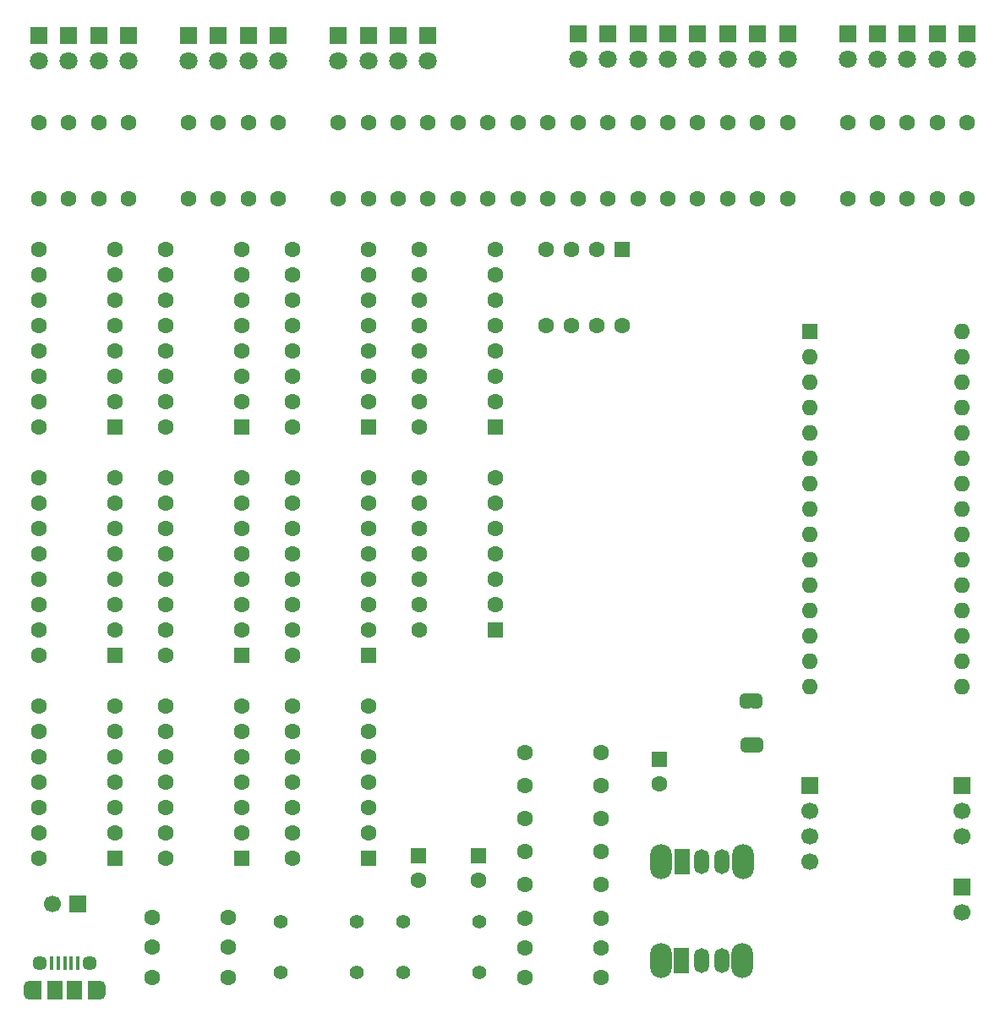
<source format=gbr>
%TF.GenerationSoftware,KiCad,Pcbnew,9.0.5*%
%TF.CreationDate,2025-11-24T22:09:00+00:00*%
%TF.ProjectId,TD4cpuNano,54443463-7075-44e6-916e-6f2e6b696361,rev?*%
%TF.SameCoordinates,Original*%
%TF.FileFunction,Soldermask,Top*%
%TF.FilePolarity,Negative*%
%FSLAX46Y46*%
G04 Gerber Fmt 4.6, Leading zero omitted, Abs format (unit mm)*
G04 Created by KiCad (PCBNEW 9.0.5) date 2025-11-24 22:09:00*
%MOMM*%
%LPD*%
G01*
G04 APERTURE LIST*
G04 Aperture macros list*
%AMRoundRect*
0 Rectangle with rounded corners*
0 $1 Rounding radius*
0 $2 $3 $4 $5 $6 $7 $8 $9 X,Y pos of 4 corners*
0 Add a 4 corners polygon primitive as box body*
4,1,4,$2,$3,$4,$5,$6,$7,$8,$9,$2,$3,0*
0 Add four circle primitives for the rounded corners*
1,1,$1+$1,$2,$3*
1,1,$1+$1,$4,$5*
1,1,$1+$1,$6,$7*
1,1,$1+$1,$8,$9*
0 Add four rect primitives between the rounded corners*
20,1,$1+$1,$2,$3,$4,$5,0*
20,1,$1+$1,$4,$5,$6,$7,0*
20,1,$1+$1,$6,$7,$8,$9,0*
20,1,$1+$1,$8,$9,$2,$3,0*%
%AMFreePoly0*
4,1,23,0.500000,-0.750000,0.000000,-0.750000,0.000000,-0.745722,-0.065263,-0.745722,-0.191342,-0.711940,-0.304381,-0.646677,-0.396677,-0.554381,-0.461940,-0.441342,-0.495722,-0.315263,-0.495722,-0.250000,-0.500000,-0.250000,-0.500000,0.250000,-0.495722,0.250000,-0.495722,0.315263,-0.461940,0.441342,-0.396677,0.554381,-0.304381,0.646677,-0.191342,0.711940,-0.065263,0.745722,0.000000,0.745722,
0.000000,0.750000,0.500000,0.750000,0.500000,-0.750000,0.500000,-0.750000,$1*%
%AMFreePoly1*
4,1,23,0.000000,0.745722,0.065263,0.745722,0.191342,0.711940,0.304381,0.646677,0.396677,0.554381,0.461940,0.441342,0.495722,0.315263,0.495722,0.250000,0.500000,0.250000,0.500000,-0.250000,0.495722,-0.250000,0.495722,-0.315263,0.461940,-0.441342,0.396677,-0.554381,0.304381,-0.646677,0.191342,-0.711940,0.065263,-0.745722,0.000000,-0.745722,0.000000,-0.750000,-0.500000,-0.750000,
-0.500000,0.750000,0.000000,0.750000,0.000000,0.745722,0.000000,0.745722,$1*%
G04 Aperture macros list end*
%ADD10O,2.200000X3.500000*%
%ADD11R,1.500000X2.500000*%
%ADD12O,1.500000X2.500000*%
%ADD13R,1.800000X1.800000*%
%ADD14C,1.800000*%
%ADD15RoundRect,0.250000X0.550000X0.550000X-0.550000X0.550000X-0.550000X-0.550000X0.550000X-0.550000X0*%
%ADD16C,1.600000*%
%ADD17R,1.700000X1.700000*%
%ADD18C,1.700000*%
%ADD19C,1.397000*%
%ADD20RoundRect,0.250000X-0.550000X0.550000X-0.550000X-0.550000X0.550000X-0.550000X0.550000X0.550000X0*%
%ADD21R,1.600000X1.600000*%
%ADD22O,1.600000X1.600000*%
%ADD23FreePoly0,0.000000*%
%ADD24FreePoly1,0.000000*%
%ADD25R,0.400000X1.350000*%
%ADD26O,1.200000X1.900000*%
%ADD27R,1.200000X1.900000*%
%ADD28C,1.450000*%
%ADD29R,1.500000X1.900000*%
G04 APERTURE END LIST*
%TO.C,JP1*%
G36*
X124691000Y-118757000D02*
G01*
X124991000Y-118757000D01*
X124991000Y-120257000D01*
X124691000Y-120257000D01*
X124691000Y-118757000D01*
G37*
%TO.C,JP2*%
G36*
X124803000Y-123202000D02*
G01*
X125103000Y-123202000D01*
X125103000Y-124702000D01*
X124803000Y-124702000D01*
X124803000Y-123202000D01*
G37*
%TD*%
D10*
%TO.C,SW3*%
X115788000Y-145542000D03*
X123988000Y-145542000D03*
D11*
X117888000Y-145542000D03*
D12*
X119888000Y-145542000D03*
X121888000Y-145542000D03*
%TD*%
D13*
%TO.C,D16*%
X137500000Y-52705000D03*
D14*
X137500000Y-55245000D03*
%TD*%
D15*
%TO.C,U7*%
X99220000Y-112395000D03*
D16*
X99220000Y-109855000D03*
X99220000Y-107315000D03*
X99220000Y-104775000D03*
X99220000Y-102235000D03*
X99220000Y-99695000D03*
X99220000Y-97155000D03*
X91600000Y-97155000D03*
X91600000Y-99695000D03*
X91600000Y-102235000D03*
X91600000Y-104775000D03*
X91600000Y-107315000D03*
X91600000Y-109855000D03*
X91600000Y-112395000D03*
%TD*%
D10*
%TO.C,SW4*%
X115820000Y-135636000D03*
X124020000Y-135636000D03*
D11*
X117920000Y-135636000D03*
D12*
X119920000Y-135636000D03*
X121920000Y-135636000D03*
%TD*%
D15*
%TO.C,U10*%
X73820000Y-135255000D03*
D16*
X73820000Y-132715000D03*
X73820000Y-130175000D03*
X73820000Y-127635000D03*
X73820000Y-125095000D03*
X73820000Y-122555000D03*
X73820000Y-120015000D03*
X66200000Y-120015000D03*
X66200000Y-122555000D03*
X66200000Y-125095000D03*
X66200000Y-127635000D03*
X66200000Y-130175000D03*
X66200000Y-132715000D03*
X66200000Y-135255000D03*
%TD*%
%TO.C,R1*%
X102235000Y-141272000D03*
X109855000Y-141272000D03*
%TD*%
%TO.C,R4*%
X64897000Y-144193000D03*
X72517000Y-144193000D03*
%TD*%
%TO.C,R27*%
X107500000Y-69215000D03*
X107500000Y-61595000D03*
%TD*%
%TO.C,R39*%
X137500000Y-69215000D03*
X137500000Y-61595000D03*
%TD*%
D13*
%TO.C,D17*%
X134500000Y-52705000D03*
D14*
X134500000Y-55245000D03*
%TD*%
D13*
%TO.C,D4*%
X83500000Y-52880000D03*
D14*
X83500000Y-55420000D03*
%TD*%
D15*
%TO.C,U2*%
X86520000Y-92075000D03*
D16*
X86520000Y-89535000D03*
X86520000Y-86995000D03*
X86520000Y-84455000D03*
X86520000Y-81915000D03*
X86520000Y-79375000D03*
X86520000Y-76835000D03*
X86520000Y-74295000D03*
X78900000Y-74295000D03*
X78900000Y-76835000D03*
X78900000Y-79375000D03*
X78900000Y-81915000D03*
X78900000Y-84455000D03*
X78900000Y-86995000D03*
X78900000Y-89535000D03*
X78900000Y-92075000D03*
%TD*%
D13*
%TO.C,D13*%
X146500000Y-52705000D03*
D14*
X146500000Y-55245000D03*
%TD*%
D13*
%TO.C,D15*%
X140500000Y-52705000D03*
D14*
X140500000Y-55245000D03*
%TD*%
D13*
%TO.C,D133*%
X53500000Y-52880000D03*
D14*
X53500000Y-55420000D03*
%TD*%
D17*
%TO.C,J4*%
X145933000Y-128000000D03*
D18*
X145933000Y-130540000D03*
X145933000Y-133080000D03*
%TD*%
D16*
%TO.C,R19*%
X104500000Y-69215000D03*
X104500000Y-61595000D03*
%TD*%
D13*
%TO.C,D2*%
X89500000Y-52880000D03*
D14*
X89500000Y-55420000D03*
%TD*%
D16*
%TO.C,R35*%
X77500000Y-69215000D03*
X77500000Y-61595000D03*
%TD*%
%TO.C,R14*%
X89500000Y-69215000D03*
X89500000Y-61595000D03*
%TD*%
D15*
%TO.C,U8*%
X61120000Y-114935000D03*
D16*
X61120000Y-112395000D03*
X61120000Y-109855000D03*
X61120000Y-107315000D03*
X61120000Y-104775000D03*
X61120000Y-102235000D03*
X61120000Y-99695000D03*
X61120000Y-97155000D03*
X53500000Y-97155000D03*
X53500000Y-99695000D03*
X53500000Y-102235000D03*
X53500000Y-104775000D03*
X53500000Y-107315000D03*
X53500000Y-109855000D03*
X53500000Y-112395000D03*
X53500000Y-114935000D03*
%TD*%
D19*
%TO.C,SW2*%
X77724000Y-141605000D03*
X85344000Y-141605000D03*
X77724000Y-146685000D03*
X85344000Y-146685000D03*
%TD*%
D15*
%TO.C,U3*%
X86520000Y-135255000D03*
D16*
X86520000Y-132715000D03*
X86520000Y-130175000D03*
X86520000Y-127635000D03*
X86520000Y-125095000D03*
X86520000Y-122555000D03*
X86520000Y-120015000D03*
X78900000Y-120015000D03*
X78900000Y-122555000D03*
X78900000Y-125095000D03*
X78900000Y-127635000D03*
X78900000Y-130175000D03*
X78900000Y-132715000D03*
X78900000Y-135255000D03*
%TD*%
D15*
%TO.C,U5*%
X99220000Y-92075000D03*
D16*
X99220000Y-89535000D03*
X99220000Y-86995000D03*
X99220000Y-84455000D03*
X99220000Y-81915000D03*
X99220000Y-79375000D03*
X99220000Y-76835000D03*
X99220000Y-74295000D03*
X91600000Y-74295000D03*
X91600000Y-76835000D03*
X91600000Y-79375000D03*
X91600000Y-81915000D03*
X91600000Y-84455000D03*
X91600000Y-86995000D03*
X91600000Y-89535000D03*
X91600000Y-92075000D03*
%TD*%
%TO.C,R24*%
X116500000Y-69215000D03*
X116500000Y-61595000D03*
%TD*%
%TO.C,R33*%
X71500000Y-69215000D03*
X71500000Y-61595000D03*
%TD*%
%TO.C,R38*%
X140500000Y-69215000D03*
X140500000Y-61595000D03*
%TD*%
D13*
%TO.C,D136*%
X62500000Y-52880000D03*
D14*
X62500000Y-55420000D03*
%TD*%
D16*
%TO.C,R8*%
X109855000Y-131318000D03*
X102235000Y-131318000D03*
%TD*%
%TO.C,R40*%
X134500000Y-69215000D03*
X134500000Y-61595000D03*
%TD*%
%TO.C,R17*%
X98500000Y-69215000D03*
X98500000Y-61595000D03*
%TD*%
%TO.C,R12*%
X83500000Y-69215000D03*
X83500000Y-61595000D03*
%TD*%
D20*
%TO.C,C2*%
X91500000Y-135000000D03*
D16*
X91500000Y-137500000D03*
%TD*%
D17*
%TO.C,J2*%
X57409000Y-139827000D03*
D18*
X54869000Y-139827000D03*
%TD*%
D13*
%TO.C,D138*%
X71500000Y-52880000D03*
D14*
X71500000Y-55420000D03*
%TD*%
D15*
%TO.C,U4*%
X73820000Y-92075000D03*
D16*
X73820000Y-89535000D03*
X73820000Y-86995000D03*
X73820000Y-84455000D03*
X73820000Y-81915000D03*
X73820000Y-79375000D03*
X73820000Y-76835000D03*
X73820000Y-74295000D03*
X66200000Y-74295000D03*
X66200000Y-76835000D03*
X66200000Y-79375000D03*
X66200000Y-81915000D03*
X66200000Y-84455000D03*
X66200000Y-86995000D03*
X66200000Y-89535000D03*
X66200000Y-92075000D03*
%TD*%
%TO.C,R15*%
X92500000Y-69215000D03*
X92500000Y-61595000D03*
%TD*%
D13*
%TO.C,D3*%
X86500000Y-52880000D03*
D14*
X86500000Y-55420000D03*
%TD*%
D13*
%TO.C,D137*%
X68500000Y-52880000D03*
D14*
X68500000Y-55420000D03*
%TD*%
D13*
%TO.C,D140*%
X77500000Y-52880000D03*
D14*
X77500000Y-55420000D03*
%TD*%
D21*
%TO.C,A1*%
X130693000Y-82550000D03*
D22*
X130693000Y-85090000D03*
X130693000Y-87630000D03*
X130693000Y-90170000D03*
X130693000Y-92710000D03*
X130693000Y-95250000D03*
X130693000Y-97790000D03*
X130693000Y-100330000D03*
X130693000Y-102870000D03*
X130693000Y-105410000D03*
X130693000Y-107950000D03*
X130693000Y-110490000D03*
X130693000Y-113030000D03*
X130693000Y-115570000D03*
X130693000Y-118110000D03*
X145933000Y-118110000D03*
X145933000Y-115570000D03*
X145933000Y-113030000D03*
X145933000Y-110490000D03*
X145933000Y-107950000D03*
X145933000Y-105410000D03*
X145933000Y-102870000D03*
X145933000Y-100330000D03*
X145933000Y-97790000D03*
X145933000Y-95250000D03*
X145933000Y-92710000D03*
X145933000Y-90170000D03*
X145933000Y-87630000D03*
X145933000Y-85090000D03*
X145933000Y-82550000D03*
%TD*%
D15*
%TO.C,U11*%
X86520000Y-114935000D03*
D16*
X86520000Y-112395000D03*
X86520000Y-109855000D03*
X86520000Y-107315000D03*
X86520000Y-104775000D03*
X86520000Y-102235000D03*
X86520000Y-99695000D03*
X86520000Y-97155000D03*
X78900000Y-97155000D03*
X78900000Y-99695000D03*
X78900000Y-102235000D03*
X78900000Y-104775000D03*
X78900000Y-107315000D03*
X78900000Y-109855000D03*
X78900000Y-112395000D03*
X78900000Y-114935000D03*
%TD*%
%TO.C,R22*%
X122500000Y-69215000D03*
X122500000Y-61595000D03*
%TD*%
D13*
%TO.C,D12*%
X107500000Y-52705000D03*
D14*
X107500000Y-55245000D03*
%TD*%
D13*
%TO.C,D14*%
X143500000Y-52705000D03*
D14*
X143500000Y-55245000D03*
%TD*%
D16*
%TO.C,R6*%
X109855000Y-134620000D03*
X102235000Y-134620000D03*
%TD*%
D17*
%TO.C,J3*%
X130693000Y-128000000D03*
D18*
X130693000Y-130540000D03*
X130693000Y-133080000D03*
X130693000Y-135620000D03*
%TD*%
D23*
%TO.C,JP1*%
X124191000Y-119507000D03*
D24*
X125491000Y-119507000D03*
%TD*%
D13*
%TO.C,D11*%
X110500000Y-52705000D03*
D14*
X110500000Y-55245000D03*
%TD*%
D20*
%TO.C,C3*%
X115697000Y-125349000D03*
D16*
X115697000Y-127849000D03*
%TD*%
%TO.C,R3*%
X102235000Y-144272000D03*
X109855000Y-144272000D03*
%TD*%
%TO.C,R37*%
X143500000Y-69215000D03*
X143500000Y-61595000D03*
%TD*%
%TO.C,R5*%
X102235000Y-147272000D03*
X109855000Y-147272000D03*
%TD*%
%TO.C,R16*%
X95500000Y-69215000D03*
X95500000Y-61595000D03*
%TD*%
%TO.C,R25*%
X113500000Y-69215000D03*
X113500000Y-61595000D03*
%TD*%
D13*
%TO.C,D1*%
X92500000Y-52880000D03*
D14*
X92500000Y-55420000D03*
%TD*%
D16*
%TO.C,R36*%
X146500000Y-69215000D03*
X146500000Y-61595000D03*
%TD*%
D20*
%TO.C,C1*%
X97500000Y-135000000D03*
D16*
X97500000Y-137500000D03*
%TD*%
%TO.C,R28*%
X53500000Y-69215000D03*
X53500000Y-61595000D03*
%TD*%
%TO.C,R11*%
X102235000Y-124714000D03*
X109855000Y-124714000D03*
%TD*%
%TO.C,R9*%
X109855000Y-137922000D03*
X102235000Y-137922000D03*
%TD*%
%TO.C,R30*%
X59500000Y-69215000D03*
X59500000Y-61595000D03*
%TD*%
D23*
%TO.C,JP2*%
X124303000Y-123952000D03*
D24*
X125603000Y-123952000D03*
%TD*%
D16*
%TO.C,R10*%
X102235000Y-128016000D03*
X109855000Y-128016000D03*
%TD*%
D13*
%TO.C,D7*%
X122500000Y-52705000D03*
D14*
X122500000Y-55245000D03*
%TD*%
D16*
%TO.C,R2*%
X64897000Y-147193000D03*
X72517000Y-147193000D03*
%TD*%
%TO.C,R34*%
X74500000Y-69215000D03*
X74500000Y-61595000D03*
%TD*%
D15*
%TO.C,U9*%
X73820000Y-114935000D03*
D16*
X73820000Y-112395000D03*
X73820000Y-109855000D03*
X73820000Y-107315000D03*
X73820000Y-104775000D03*
X73820000Y-102235000D03*
X73820000Y-99695000D03*
X73820000Y-97155000D03*
X66200000Y-97155000D03*
X66200000Y-99695000D03*
X66200000Y-102235000D03*
X66200000Y-104775000D03*
X66200000Y-107315000D03*
X66200000Y-109855000D03*
X66200000Y-112395000D03*
X66200000Y-114935000D03*
%TD*%
D15*
%TO.C,U1*%
X61120000Y-92075000D03*
D16*
X61120000Y-89535000D03*
X61120000Y-86995000D03*
X61120000Y-84455000D03*
X61120000Y-81915000D03*
X61120000Y-79375000D03*
X61120000Y-76835000D03*
X61120000Y-74295000D03*
X53500000Y-74295000D03*
X53500000Y-76835000D03*
X53500000Y-79375000D03*
X53500000Y-81915000D03*
X53500000Y-84455000D03*
X53500000Y-86995000D03*
X53500000Y-89535000D03*
X53500000Y-92075000D03*
%TD*%
D13*
%TO.C,D5*%
X128500000Y-52705000D03*
D14*
X128500000Y-55245000D03*
%TD*%
D15*
%TO.C,U6*%
X61120000Y-135255000D03*
D16*
X61120000Y-132715000D03*
X61120000Y-130175000D03*
X61120000Y-127635000D03*
X61120000Y-125095000D03*
X61120000Y-122555000D03*
X61120000Y-120015000D03*
X53500000Y-120015000D03*
X53500000Y-122555000D03*
X53500000Y-125095000D03*
X53500000Y-127635000D03*
X53500000Y-130175000D03*
X53500000Y-132715000D03*
X53500000Y-135255000D03*
%TD*%
D19*
%TO.C,SW1*%
X90043000Y-141605000D03*
X97663000Y-141605000D03*
X90043000Y-146685000D03*
X97663000Y-146685000D03*
%TD*%
D20*
%TO.C,SW5*%
X111920000Y-74295000D03*
D16*
X109380000Y-74295000D03*
X106840000Y-74295000D03*
X104300000Y-74295000D03*
X104300000Y-81915000D03*
X106840000Y-81915000D03*
X109380000Y-81915000D03*
X111920000Y-81915000D03*
%TD*%
%TO.C,R32*%
X68500000Y-69215000D03*
X68500000Y-61595000D03*
%TD*%
%TO.C,R13*%
X86500000Y-69215000D03*
X86500000Y-61595000D03*
%TD*%
%TO.C,R21*%
X125500000Y-69215000D03*
X125500000Y-61595000D03*
%TD*%
D13*
%TO.C,D10*%
X113500000Y-52705000D03*
D14*
X113500000Y-55245000D03*
%TD*%
D13*
%TO.C,D134*%
X56500000Y-52880000D03*
D14*
X56500000Y-55420000D03*
%TD*%
D16*
%TO.C,R20*%
X128500000Y-69215000D03*
X128500000Y-61595000D03*
%TD*%
%TO.C,R18*%
X101500000Y-69215000D03*
X101500000Y-61595000D03*
%TD*%
D13*
%TO.C,D139*%
X74500000Y-52880000D03*
D14*
X74500000Y-55420000D03*
%TD*%
D13*
%TO.C,D9*%
X116500000Y-52705000D03*
D14*
X116500000Y-55245000D03*
%TD*%
D16*
%TO.C,R7*%
X64897000Y-141193000D03*
X72517000Y-141193000D03*
%TD*%
%TO.C,R23*%
X119500000Y-69215000D03*
X119500000Y-61595000D03*
%TD*%
D13*
%TO.C,D6*%
X125500000Y-52705000D03*
D14*
X125500000Y-55245000D03*
%TD*%
D13*
%TO.C,D8*%
X119500000Y-52705000D03*
D14*
X119500000Y-55245000D03*
%TD*%
D16*
%TO.C,R26*%
X110500000Y-69215000D03*
X110500000Y-61595000D03*
%TD*%
D17*
%TO.C,J5*%
X145933000Y-138160000D03*
D18*
X145933000Y-140700000D03*
%TD*%
D25*
%TO.C,J1*%
X54804000Y-145796000D03*
X55454000Y-145796000D03*
X56104000Y-145796000D03*
X56754000Y-145796000D03*
X57404000Y-145796000D03*
D26*
X52604000Y-148496000D03*
D27*
X53204000Y-148496000D03*
D28*
X53604000Y-145796000D03*
D29*
X55104000Y-148496000D03*
X57104000Y-148496000D03*
D28*
X58604000Y-145796000D03*
D27*
X59004000Y-148496000D03*
D26*
X59604000Y-148496000D03*
%TD*%
D13*
%TO.C,D135*%
X59500000Y-52880000D03*
D14*
X59500000Y-55420000D03*
%TD*%
D16*
%TO.C,R29*%
X56500000Y-69215000D03*
X56500000Y-61595000D03*
%TD*%
%TO.C,R31*%
X62500000Y-69215000D03*
X62500000Y-61595000D03*
%TD*%
M02*

</source>
